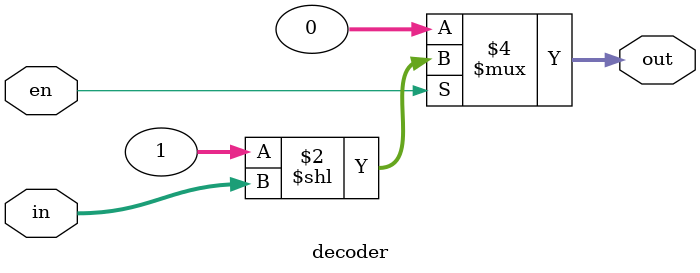
<source format=sv>
module decoder #(parameter Input_size = 5)

(

	input  logic [Input_size-1:0] in, 
	input  logic en,
	
	output logic [2**Input_size-1:0] out

);
	
	always_comb begin

		if(en) begin 
		
			out     = (2**in) ; 

		end
		
		else out   = 'b0  ;


	end


endmodule
</source>
